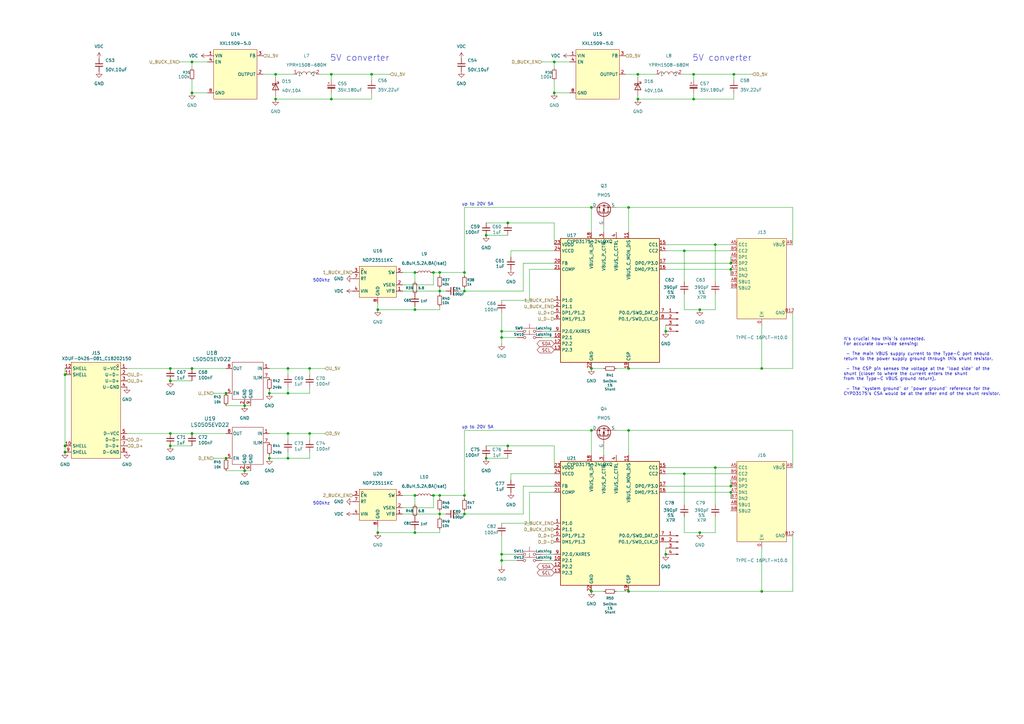
<source format=kicad_sch>
(kicad_sch (version 20250114) (generator "eeschema") (generator_version "9.0")
  (paper "A3")
  (text "up to 20V 5A" (at 202.438 175.26 0) (effects (font (size 1.27 1.27)) (justify right)))
  (text "5V converter" (at 296.164 23.876 0) (effects (font (size 2.54 2.54))))
  (text "up to 20V 5A" (at 202.438 83.82 0) (effects (font (size 1.27 1.27)) (justify right)))
  (text "500khz" (at 131.826 206.502 0) (effects (font (size 1.27 1.27))))
  (text "500khz" (at 131.826 115.062 0) (effects (font (size 1.27 1.27))))
  (text "5V converter" (at 147.574 23.876 0) (effects (font (size 2.54 2.54))))
  (text "It's crucial how this is connected.\nFor accurate low-side sensing:\n\n - The main VBUS supply current to the Type-C port should\nreturn to the power supply ground through this shunt resistor.\n\n - The CSP pin senses the voltage at the \"load side\" of the\nshunt (closer to where the current enters the shunt\nfrom the Type-C VBUS ground return).\n\n - The \"system ground\" or \"power ground\" reference for the\nCYPD3175's CSA would be at the other end of the shunt resistor." (at 345.948 150.368 0) (effects (font (size 1.27 1.27)) (justify left)))
  (junction (at 284.48 40.64))
  (junction (at 299.72 110.49))
  (junction (at 190.5 119.38))
  (junction (at 180.34 203.2))
  (junction (at 110.49 187.96))
  (junction (at 287.02 127))
  (junction (at 78.74 177.8))
  (junction (at 257.81 242.57))
  (junction (at 100.33 166.37))
  (junction (at 92.71 161.29))
  (junction (at 261.62 40.64))
  (junction (at 199.39 187.96))
  (junction (at 154.94 127))
  (junction (at 69.85 151.13))
  (junction (at 78.74 151.13))
  (junction (at 257.81 176.53))
  (junction (at 257.81 151.13))
  (junction (at 287.02 218.44))
  (junction (at 280.67 194.31))
  (junction (at 127 177.8))
  (junction (at 190.5 203.2))
  (junction (at 177.8 203.2))
  (junction (at 242.57 85.09))
  (junction (at 293.37 191.77))
  (junction (at 180.34 119.38))
  (junction (at 135.89 30.48))
  (junction (at 154.94 218.44))
  (junction (at 170.18 218.44))
  (junction (at 208.28 91.44))
  (junction (at 26.67 185.42))
  (junction (at 69.85 182.88))
  (junction (at 293.37 100.33))
  (junction (at 113.03 40.64))
  (junction (at 69.85 177.8))
  (junction (at 242.57 242.57))
  (junction (at 26.67 153.67))
  (junction (at 242.57 176.53))
  (junction (at 180.34 111.76))
  (junction (at 190.5 111.76))
  (junction (at 135.89 40.64))
  (junction (at 205.74 135.89))
  (junction (at 152.4 30.48))
  (junction (at 299.72 201.93))
  (junction (at 170.18 111.76))
  (junction (at 312.42 151.13))
  (junction (at 273.05 227.33))
  (junction (at 118.11 187.96))
  (junction (at 26.67 182.88))
  (junction (at 257.81 85.09))
  (junction (at 205.74 229.87))
  (junction (at 199.39 96.52))
  (junction (at 205.74 138.43))
  (junction (at 205.74 227.33))
  (junction (at 280.67 102.87))
  (junction (at 208.28 182.88))
  (junction (at 227.33 25.4))
  (junction (at 170.18 203.2))
  (junction (at 242.57 151.13))
  (junction (at 299.72 199.39))
  (junction (at 78.74 38.1))
  (junction (at 177.8 111.76))
  (junction (at 118.11 177.8))
  (junction (at 100.33 193.04))
  (junction (at 273.05 135.89))
  (junction (at 118.11 151.13))
  (junction (at 78.74 25.4))
  (junction (at 110.49 161.29))
  (junction (at 300.99 30.48))
  (junction (at 190.5 210.82))
  (junction (at 69.85 156.21))
  (junction (at 299.72 107.95))
  (junction (at 118.11 161.29))
  (junction (at 261.62 30.48))
  (junction (at 227.33 38.1))
  (junction (at 92.71 187.96))
  (junction (at 113.03 30.48))
  (junction (at 284.48 30.48))
  (junction (at 180.34 210.82))
  (junction (at 127 151.13))
  (junction (at 170.18 127))
  (junction (at 312.42 242.57))
  (wire (pts (xy 170.18 127) (xy 180.34 127)))
  (wire (pts (xy 273.05 110.49) (xy 299.72 110.49)))
  (wire (pts (xy 261.62 40.64) (xy 284.48 40.64)))
  (wire (pts (xy 52.07 177.8) (xy 69.85 177.8)))
  (wire (pts (xy 227.33 25.4) (xy 227.33 27.94)))
  (wire (pts (xy 135.89 40.64) (xy 135.89 38.1)))
  (wire (pts (xy 78.74 177.8) (xy 92.71 177.8)))
  (wire (pts (xy 300.99 30.48) (xy 308.61 30.48)))
  (wire (pts (xy 170.18 203.2) (xy 170.18 207.01)))
  (wire (pts (xy 242.57 176.53) (xy 242.57 186.69)))
  (wire (pts (xy 325.12 151.13) (xy 325.12 128.27)))
  (wire (pts (xy 284.48 40.64) (xy 284.48 38.1)))
  (wire (pts (xy 177.8 116.84) (xy 177.8 111.76)))
  (wire (pts (xy 252.73 176.53) (xy 257.81 176.53)))
  (wire (pts (xy 242.57 151.13) (xy 247.65 151.13)))
  (wire (pts (xy 261.62 30.48) (xy 269.24 30.48)))
  (wire (pts (xy 133.35 151.13) (xy 127 151.13)))
  (wire (pts (xy 100.33 166.37) (xy 102.87 166.37)))
  (wire (pts (xy 205.74 138.43) (xy 212.09 138.43)))
  (wire (pts (xy 177.8 208.28) (xy 177.8 203.2)))
  (wire (pts (xy 257.81 176.53) (xy 325.12 176.53)))
  (wire (pts (xy 205.74 135.89) (xy 212.09 135.89)))
  (wire (pts (xy 205.74 227.33) (xy 212.09 227.33)))
  (wire (pts (xy 190.5 119.38) (xy 187.96 119.38)))
  (wire (pts (xy 217.17 110.49) (xy 217.17 123.19)))
  (wire (pts (xy 227.33 38.1) (xy 227.33 33.02)))
  (wire (pts (xy 325.12 85.09) (xy 325.12 100.33)))
  (wire (pts (xy 69.85 151.13) (xy 78.74 151.13)))
  (wire (pts (xy 299.72 201.93) (xy 299.72 204.47)))
  (wire (pts (xy 217.17 123.19) (xy 205.74 123.19)))
  (wire (pts (xy 87.63 161.29) (xy 92.71 161.29)))
  (wire (pts (xy 300.99 30.48) (xy 300.99 33.02)))
  (wire (pts (xy 133.35 177.8) (xy 127 177.8)))
  (wire (pts (xy 299.72 110.49) (xy 299.72 113.03)))
  (wire (pts (xy 273.05 107.95) (xy 299.72 107.95)))
  (wire (pts (xy 217.17 214.63) (xy 205.74 214.63)))
  (wire (pts (xy 154.94 124.46) (xy 154.94 127)))
  (wire (pts (xy 299.72 199.39) (xy 299.72 196.85)))
  (wire (pts (xy 190.5 119.38) (xy 214.63 119.38)))
  (wire (pts (xy 118.11 161.29) (xy 127 161.29)))
  (wire (pts (xy 300.99 40.64) (xy 300.99 38.1)))
  (wire (pts (xy 284.48 40.64) (xy 300.99 40.64)))
  (wire (pts (xy 152.4 30.48) (xy 152.4 33.02)))
  (wire (pts (xy 154.94 215.9) (xy 154.94 218.44)))
  (wire (pts (xy 78.74 38.1) (xy 85.09 38.1)))
  (wire (pts (xy 257.81 151.13) (xy 312.42 151.13)))
  (wire (pts (xy 205.74 138.43) (xy 205.74 135.89)))
  (wire (pts (xy 127 158.75) (xy 127 161.29)))
  (wire (pts (xy 154.94 218.44) (xy 170.18 218.44)))
  (wire (pts (xy 69.85 177.8) (xy 78.74 177.8)))
  (wire (pts (xy 205.74 229.87) (xy 205.74 227.33)))
  (wire (pts (xy 227.33 91.44) (xy 227.33 100.33)))
  (wire (pts (xy 208.28 91.44) (xy 227.33 91.44)))
  (wire (pts (xy 199.39 96.52) (xy 208.28 96.52)))
  (wire (pts (xy 293.37 212.09) (xy 293.37 218.44)))
  (wire (pts (xy 130.81 30.48) (xy 135.89 30.48)))
  (wire (pts (xy 118.11 151.13) (xy 110.49 151.13)))
  (wire (pts (xy 190.5 209.55) (xy 190.5 210.82)))
  (wire (pts (xy 180.34 111.76) (xy 190.5 111.76)))
  (wire (pts (xy 113.03 30.48) (xy 120.65 30.48)))
  (wire (pts (xy 222.25 229.87) (xy 227.33 229.87)))
  (wire (pts (xy 110.49 161.29) (xy 118.11 161.29)))
  (wire (pts (xy 190.5 113.03) (xy 190.5 111.76)))
  (wire (pts (xy 154.94 127) (xy 170.18 127)))
  (wire (pts (xy 208.28 182.88) (xy 227.33 182.88)))
  (wire (pts (xy 118.11 185.42) (xy 118.11 187.96)))
  (wire (pts (xy 280.67 194.31) (xy 280.67 207.01)))
  (wire (pts (xy 325.12 242.57) (xy 325.12 219.71)))
  (wire (pts (xy 222.25 25.4) (xy 227.33 25.4)))
  (wire (pts (xy 110.49 161.29) (xy 110.49 160.02)))
  (wire (pts (xy 190.5 85.09) (xy 242.57 85.09)))
  (wire (pts (xy 247.65 184.15) (xy 247.65 186.69)))
  (wire (pts (xy 190.5 118.11) (xy 190.5 119.38)))
  (wire (pts (xy 280.67 102.87) (xy 299.72 102.87)))
  (wire (pts (xy 100.33 193.04) (xy 102.87 193.04)))
  (wire (pts (xy 180.34 127) (xy 180.34 125.73)))
  (wire (pts (xy 190.5 176.53) (xy 242.57 176.53)))
  (wire (pts (xy 135.89 30.48) (xy 152.4 30.48)))
  (wire (pts (xy 257.81 176.53) (xy 257.81 186.69)))
  (wire (pts (xy 205.74 135.89) (xy 205.74 128.27)))
  (wire (pts (xy 252.73 242.57) (xy 257.81 242.57)))
  (wire (pts (xy 256.54 30.48) (xy 261.62 30.48)))
  (wire (pts (xy 87.63 187.96) (xy 92.71 187.96)))
  (wire (pts (xy 69.85 156.21) (xy 78.74 156.21)))
  (wire (pts (xy 209.55 102.87) (xy 209.55 105.41)))
  (wire (pts (xy 261.62 40.64) (xy 261.62 39.37)))
  (wire (pts (xy 190.5 210.82) (xy 214.63 210.82)))
  (wire (pts (xy 127 153.67) (xy 127 151.13)))
  (wire (pts (xy 180.34 210.82) (xy 182.88 210.82)))
  (wire (pts (xy 273.05 194.31) (xy 280.67 194.31)))
  (wire (pts (xy 26.67 182.88) (xy 26.67 185.42)))
  (wire (pts (xy 180.34 203.2) (xy 190.5 203.2)))
  (wire (pts (xy 214.63 210.82) (xy 214.63 199.39)))
  (wire (pts (xy 222.25 135.89) (xy 227.33 135.89)))
  (wire (pts (xy 293.37 120.65) (xy 293.37 127)))
  (wire (pts (xy 222.25 138.43) (xy 227.33 138.43)))
  (wire (pts (xy 312.42 224.79) (xy 312.42 242.57)))
  (wire (pts (xy 279.4 30.48) (xy 284.48 30.48)))
  (wire (pts (xy 252.73 151.13) (xy 257.81 151.13)))
  (wire (pts (xy 180.34 119.38) (xy 180.34 120.65)))
  (wire (pts (xy 227.33 182.88) (xy 227.33 191.77)))
  (wire (pts (xy 257.81 85.09) (xy 257.81 95.25)))
  (wire (pts (xy 280.67 212.09) (xy 280.67 218.44)))
  (wire (pts (xy 209.55 194.31) (xy 209.55 196.85)))
  (wire (pts (xy 26.67 153.67) (xy 26.67 182.88)))
  (wire (pts (xy 273.05 199.39) (xy 299.72 199.39)))
  (wire (pts (xy 127 151.13) (xy 118.11 151.13)))
  (wire (pts (xy 170.18 218.44) (xy 170.18 217.17)))
  (wire (pts (xy 199.39 182.88) (xy 208.28 182.88)))
  (wire (pts (xy 205.74 232.41) (xy 205.74 229.87)))
  (wire (pts (xy 293.37 100.33) (xy 293.37 115.57)))
  (wire (pts (xy 52.07 151.13) (xy 69.85 151.13)))
  (wire (pts (xy 325.12 176.53) (xy 325.12 191.77)))
  (wire (pts (xy 118.11 187.96) (xy 127 187.96)))
  (wire (pts (xy 26.67 151.13) (xy 26.67 153.67)))
  (wire (pts (xy 127 177.8) (xy 118.11 177.8)))
  (wire (pts (xy 293.37 191.77) (xy 299.72 191.77)))
  (wire (pts (xy 170.18 111.76) (xy 170.18 115.57)))
  (wire (pts (xy 227.33 38.1) (xy 233.68 38.1)))
  (wire (pts (xy 180.34 111.76) (xy 180.34 113.03)))
  (wire (pts (xy 205.74 229.87) (xy 212.09 229.87)))
  (wire (pts (xy 273.05 102.87) (xy 280.67 102.87)))
  (wire (pts (xy 118.11 180.34) (xy 118.11 177.8)))
  (wire (pts (xy 209.55 102.87) (xy 227.33 102.87)))
  (wire (pts (xy 214.63 119.38) (xy 214.63 107.95)))
  (wire (pts (xy 110.49 187.96) (xy 110.49 186.69)))
  (wire (pts (xy 222.25 227.33) (xy 227.33 227.33)))
  (wire (pts (xy 190.5 203.2) (xy 190.5 176.53)))
  (wire (pts (xy 152.4 30.48) (xy 160.02 30.48)))
  (wire (pts (xy 127 180.34) (xy 127 177.8)))
  (wire (pts (xy 284.48 30.48) (xy 300.99 30.48)))
  (wire (pts (xy 293.37 218.44) (xy 287.02 218.44)))
  (wire (pts (xy 180.34 118.11) (xy 180.34 119.38)))
  (wire (pts (xy 127 185.42) (xy 127 187.96)))
  (wire (pts (xy 180.34 218.44) (xy 180.34 217.17)))
  (wire (pts (xy 78.74 25.4) (xy 78.74 27.94)))
  (wire (pts (xy 273.05 201.93) (xy 299.72 201.93)))
  (wire (pts (xy 280.67 120.65) (xy 280.67 127)))
  (wire (pts (xy 170.18 127) (xy 170.18 125.73)))
  (wire (pts (xy 299.72 107.95) (xy 299.72 105.41)))
  (wire (pts (xy 165.1 210.82) (xy 180.34 210.82)))
  (wire (pts (xy 247.65 92.71) (xy 247.65 95.25)))
  (wire (pts (xy 113.03 31.75) (xy 113.03 30.48)))
  (wire (pts (xy 214.63 199.39) (xy 227.33 199.39)))
  (wire (pts (xy 252.73 85.09) (xy 257.81 85.09)))
  (wire (pts (xy 293.37 191.77) (xy 293.37 207.01)))
  (wire (pts (xy 190.5 111.76) (xy 190.5 85.09)))
  (wire (pts (xy 78.74 38.1) (xy 78.74 33.02)))
  (wire (pts (xy 92.71 166.37) (xy 100.33 166.37)))
  (wire (pts (xy 273.05 224.79) (xy 273.05 227.33)))
  (wire (pts (xy 190.5 204.47) (xy 190.5 203.2)))
  (wire (pts (xy 261.62 31.75) (xy 261.62 30.48)))
  (wire (pts (xy 92.71 193.04) (xy 100.33 193.04)))
  (wire (pts (xy 280.67 218.44) (xy 287.02 218.44)))
  (wire (pts (xy 177.8 203.2) (xy 180.34 203.2)))
  (wire (pts (xy 227.33 25.4) (xy 233.68 25.4)))
  (wire (pts (xy 280.67 102.87) (xy 280.67 115.57)))
  (wire (pts (xy 110.49 187.96) (xy 118.11 187.96)))
  (wire (pts (xy 118.11 158.75) (xy 118.11 161.29)))
  (wire (pts (xy 190.5 210.82) (xy 187.96 210.82)))
  (wire (pts (xy 217.17 201.93) (xy 217.17 214.63)))
  (wire (pts (xy 118.11 153.67) (xy 118.11 151.13)))
  (wire (pts (xy 152.4 40.64) (xy 152.4 38.1)))
  (wire (pts (xy 113.03 40.64) (xy 135.89 40.64)))
  (wire (pts (xy 217.17 201.93) (xy 227.33 201.93)))
  (wire (pts (xy 280.67 127) (xy 287.02 127)))
  (wire (pts (xy 214.63 107.95) (xy 227.33 107.95)))
  (wire (pts (xy 165.1 116.84) (xy 177.8 116.84)))
  (wire (pts (xy 180.34 119.38) (xy 182.88 119.38)))
  (wire (pts (xy 78.74 25.4) (xy 85.09 25.4)))
  (wire (pts (xy 284.48 33.02) (xy 284.48 30.48)))
  (wire (pts (xy 209.55 194.31) (xy 227.33 194.31)))
  (wire (pts (xy 165.1 111.76) (xy 170.18 111.76)))
  (wire (pts (xy 180.34 203.2) (xy 180.34 204.47)))
  (wire (pts (xy 113.03 40.64) (xy 113.03 39.37)))
  (wire (pts (xy 180.34 209.55) (xy 180.34 210.82)))
  (wire (pts (xy 107.95 30.48) (xy 113.03 30.48)))
  (wire (pts (xy 205.74 227.33) (xy 205.74 219.71)))
  (wire (pts (xy 273.05 133.35) (xy 273.05 135.89)))
  (wire (pts (xy 273.05 191.77) (xy 293.37 191.77)))
  (wire (pts (xy 170.18 218.44) (xy 180.34 218.44)))
  (wire (pts (xy 78.74 151.13) (xy 92.71 151.13)))
  (wire (pts (xy 293.37 127) (xy 287.02 127)))
  (wire (pts (xy 165.1 208.28) (xy 177.8 208.28)))
  (wire (pts (xy 242.57 242.57) (xy 247.65 242.57)))
  (wire (pts (xy 312.42 151.13) (xy 325.12 151.13)))
  (wire (pts (xy 242.57 85.09) (xy 242.57 95.25)))
  (wire (pts (xy 217.17 110.49) (xy 227.33 110.49)))
  (wire (pts (xy 257.81 242.57) (xy 312.42 242.57)))
  (wire (pts (xy 180.34 210.82) (xy 180.34 212.09)))
  (wire (pts (xy 280.67 194.31) (xy 299.72 194.31)))
  (wire (pts (xy 135.89 40.64) (xy 152.4 40.64)))
  (wire (pts (xy 118.11 177.8) (xy 110.49 177.8)))
  (wire (pts (xy 205.74 140.97) (xy 205.74 138.43)))
  (wire (pts (xy 273.05 100.33) (xy 293.37 100.33)))
  (wire (pts (xy 135.89 33.02) (xy 135.89 30.48)))
  (wire (pts (xy 293.37 100.33) (xy 299.72 100.33)))
  (wire (pts (xy 73.66 25.4) (xy 78.74 25.4)))
  (wire (pts (xy 257.81 85.09) (xy 325.12 85.09)))
  (wire (pts (xy 69.85 182.88) (xy 78.74 182.88)))
  (wire (pts (xy 165.1 203.2) (xy 170.18 203.2)))
  (wire (pts (xy 199.39 187.96) (xy 208.28 187.96)))
  (wire (pts (xy 165.1 119.38) (xy 180.34 119.38)))
  (wire (pts (xy 177.8 111.76) (xy 180.34 111.76)))
  (wire (pts (xy 312.42 242.57) (xy 325.12 242.57)))
  (wire (pts (xy 312.42 133.35) (xy 312.42 151.13)))
  (wire (pts (xy 199.39 91.44) (xy 208.28 91.44)))
  (global_label "SDA" (shape bidirectional) (at 227.33 140.97 180) (property "Intersheetrefs" "${INTERSHEET_REFS}" (effects (hide yes))))
  (global_label "SDA" (shape bidirectional) (at 227.33 232.41 180) (property "Intersheetrefs" "${INTERSHEET_REFS}" (effects (hide yes))))
  (global_label "SCL" (shape bidirectional) (at 227.33 143.51 180) (property "Intersheetrefs" "${INTERSHEET_REFS}" (effects (hide yes))))
  (global_label "SCL" (shape bidirectional) (at 227.33 234.95 180) (property "Intersheetrefs" "${INTERSHEET_REFS}" (effects (hide yes))))
  (hierarchical_label "1_BUCK_EN" (shape input) (at 144.78 111.76 180))
  (hierarchical_label "2_BUCK_EN" (shape input) (at 144.78 203.2 180))
  (hierarchical_label "U_D+" (shape input) (at 52.07 156.21 0))
  (hierarchical_label "D_BUCK_EN" (shape input) (at 227.33 217.17 180))
  (hierarchical_label "U_D+" (shape input) (at 227.33 128.27 180))
  (hierarchical_label "D_5V" (shape input) (at 308.61 30.48 0))
  (hierarchical_label "U_D-" (shape input) (at 52.07 153.67 0))
  (hierarchical_label "U_5V" (shape input) (at 160.02 30.48 0))
  (hierarchical_label "U_5V" (shape input) (at 107.95 22.86 0))
  (hierarchical_label "D_EN" (shape input) (at 87.63 187.96 180))
  (hierarchical_label "U_BUCK_EN" (shape input) (at 227.33 125.73 180))
  (hierarchical_label "D_5V" (shape input) (at 133.35 177.8 0))
  (hierarchical_label "U_D-" (shape input) (at 227.33 130.81 180))
  (hierarchical_label "D_BUCK_EN" (shape input) (at 222.25 25.4 180))
  (hierarchical_label "D_D+" (shape input) (at 227.33 219.71 180))
  (hierarchical_label "D_D-" (shape input) (at 227.33 222.25 180))
  (hierarchical_label "D_5V" (shape input) (at 256.54 22.86 0))
  (hierarchical_label "D_D+" (shape input) (at 52.07 182.88 0))
  (hierarchical_label "U_BUCK_EN" (shape input) (at 73.66 25.4 180))
  (hierarchical_label "D_D-" (shape input) (at 52.07 180.34 0))
  (hierarchical_label "1_BUCK_EN" (shape input) (at 227.33 123.19 180))
  (hierarchical_label "2_BUCK_EN" (shape input) (at 227.33 214.63 180))
  (hierarchical_label "U_EN" (shape input) (at 87.63 161.29 180))
  (hierarchical_label "U_5V" (shape input) (at 133.35 151.13 0))
  (symbol (lib_id "power:VDC") (at 85.09 22.86 90) (unit 1)
    (property "Reference" "#PWR090" (effects (hide yes)))
    (property "Value" "VDC" (at 81.28 22.8599 90) (effects (justify left)))
    (property "Description" "Power symbol creates a global label with name \"VDC\"" (effects (hide yes)))
  )
  (symbol (lib_id "easyeda2kicad:XXL1509-5.0") (at 96.52 30.48 0) (mirror y) (unit 1)
    (property "Reference" "U14" (at 96.52 13.97 0))
    (property "Value" "XXL1509-5.0" (at 96.52 17.78 0))
    (property "Footprint" "easyeda2kicad:SOIC-8_L4.9-W3.9-P1.27-LS6.0-BL" (effects (hide yes)))
    (property "LCSC Part" "C42376977" (effects (hide yes)))
  )
  (symbol (lib_id "Device:C_Small") (at 40.64 26.67 0) (unit 1)
    (property "Reference" "C53" (at 43.18 24.7712 0) (effects (justify left)))
    (property "Value" "50V,10uF" (at 43.18 28.5812 0) (effects (justify left)))
    (property "Footprint" "Capacitor_SMD:C_1206_3216Metric_Pad1.33x1.80mm_HandSolder" (effects (hide yes)))
    (property "Description" "Unpolarized capacitor, small symbol" (effects (hide yes)))
  )
  (symbol (lib_id "power:GND") (at 199.39 96.52 0) (unit 1)
    (property "Reference" "#PWR0100" (effects (hide yes)))
    (property "Value" "GND" (at 199.39 101.6 0))
    (property "Description" "Power symbol creates a global label with name \"GND\" , ground" (effects (hide yes)))
  )
  (symbol (lib_id "Device:C_Small") (at 127 182.88 180) (unit 1)
    (property "Reference" "C74" (at 129.54 181.864 0) (effects (justify right)))
    (property "Value" "100nF" (at 129.54 184.15 0) (effects (justify right)))
    (property "Footprint" "Capacitor_SMD:C_0201_0603Metric_Pad0.64x0.40mm_HandSolder" (effects (hide yes)))
    (property "Description" "Unpolarized capacitor, small symbol" (effects (hide yes)))
  )
  (symbol (lib_id "power:VDC") (at 40.64 24.13 0) (unit 1)
    (property "Reference" "#PWR092" (effects (hide yes)))
    (property "Value" "VDC" (at 40.64 19.05 0))
    (property "Description" "Power symbol creates a global label with name \"VDC\"" (effects (hide yes)))
  )
  (symbol (lib_id "Device:R_Small") (at 180.34 115.57 0) (unit 1)
    (property "Reference" "R37" (at 181.356 114.808 0) (effects (font (size 1.016 1.016)) (justify left)))
    (property "Value" "40k" (at 181.356 116.586 0) (effects (font (size 1.016 1.016)) (justify left)))
    (property "Footprint" "Resistor_SMD:R_0603_1608Metric_Pad0.98x0.95mm_HandSolder" (effects (hide yes)))
    (property "Description" "Resistor, small symbol" (effects (hide yes)))
  )
  (symbol (lib_id "power:VDC") (at 144.78 210.82 90) (unit 1)
    (property "Reference" "#PWR0278" (effects (hide yes)))
    (property "Value" "VDC" (at 140.97 210.8199 90) (effects (justify left)))
    (property "Description" "Power symbol creates a global label with name \"VDC\"" (effects (hide yes)))
  )
  (symbol (lib_id "misc:CYPD3175-24LQXQ") (at 250.19 123.19 0) (unit 1)
    (property "Reference" "U17" (at 232.41 96.52 0) (effects (justify left)))
    (property "Value" "CYPD3175-24LQXQ" (at 232.41 99.06 0) (effects (justify left)))
    (property "Footprint" "Package_DFN_QFN:QFN-24-1EP_4x4mm_P0.5mm_EP2.7x2.7mm_ThermalVias" (effects (hide yes)))
    (property "Datasheet" "https://www.infineon.com/dgdl/Infineon-EZ-PD(TM)_CCG3PA_Datasheet_USB_Type-C_Port_Controller-DataSheet-v09_00-EN.pdf?fileId=8ac78c8c7d0d8da4017d0ee438366ac0" (effects (hide yes)))
    (property "Description" "USB Type-C port controller, Cortex®-M0 processor, DFP CC with direct feedback bootloader, QFN-24" (effects (hide yes)))
  )
  (symbol (lib_id "power:GND") (at 154.94 218.44 0) (unit 1)
    (property "Reference" "#PWR0121" (effects (hide yes)))
    (property "Value" "GND" (at 154.94 223.52 0))
    (property "Description" "Power symbol creates a global label with name \"GND\" , ground" (effects (hide yes)))
  )
  (symbol (lib_id "Device:C_Small") (at 208.28 93.98 0) (mirror x) (unit 1)
    (property "Reference" "C60" (at 205.74 92.964 0) (effects (justify right)))
    (property "Value" "1uF" (at 205.74 95.25 0) (effects (justify right)))
    (property "Footprint" "Capacitor_SMD:C_0402_1005Metric_Pad0.74x0.62mm_HandSolder" (effects (hide yes)))
    (property "Description" "Unpolarized capacitor, small symbol" (effects (hide yes)))
  )
  (symbol (lib_id "Device:L") (at 173.99 111.76 90) (unit 1)
    (property "Reference" "L9" (at 173.99 104.14 90))
    (property "Value" "6.8uH,5.2A,8A(Isat)" (at 173.99 107.95 90))
    (property "Footprint" "easyeda2kicad:IND-SMD_L8.0-W8.0-1" (effects (hide yes)))
    (property "Description" "Inductor" (effects (hide yes)))
  )
  (symbol (lib_id "power:GND") (at 100.33 166.37 0) (mirror y) (unit 1)
    (property "Reference" "#PWR0112" (effects (hide yes)))
    (property "Value" "GND" (at 100.33 171.45 0))
    (property "Description" "Power symbol creates a global label with name \"GND\" , ground" (effects (hide yes)))
  )
  (symbol (lib_id "power:GND") (at 69.85 182.88 0) (unit 1)
    (property "Reference" "#PWR0113" (effects (hide yes)))
    (property "Value" "GND" (at 69.85 187.96 0))
    (property "Description" "Power symbol creates a global label with name \"GND\" , ground" (effects (hide yes)))
  )
  (symbol (lib_id "Switch:SW_Push") (at 217.17 138.43 0) (unit 1)
    (property "Reference" "SW10" (at 212.852 137.16 0) (effects (font (size 1.016 1.016))))
    (property "Value" "Latching" (at 223.012 137.16 0) (effects (font (size 1.016 1.016))))
    (property "Footprint" "easyeda2kicad:SW-TH_6P-L8.0-W8.0-P2.50" (effects (hide yes)))
    (property "Description" "Push button switch, generic, two pins" (effects (hide yes)))
  )
  (symbol (lib_id "power:VDC") (at 233.68 22.86 90) (unit 1)
    (property "Reference" "#PWR091" (effects (hide yes)))
    (property "Value" "VDC" (at 229.87 22.8599 90) (effects (justify left)))
    (property "Description" "Power symbol creates a global label with name \"VDC\"" (effects (hide yes)))
  )
  (symbol (lib_id "Device:C_Small") (at 69.85 180.34 180) (unit 1)
    (property "Reference" "C71" (at 72.39 179.324 0) (effects (justify right)))
    (property "Value" "1uF" (at 72.39 181.61 0) (effects (justify right)))
    (property "Footprint" "Capacitor_SMD:C_0402_1005Metric_Pad0.74x0.62mm_HandSolder" (effects (hide yes)))
    (property "Description" "Unpolarized capacitor, small symbol" (effects (hide yes)))
  )
  (symbol (lib_id "Device:C_Small") (at 152.4 35.56 0) (unit 1)
    (property "Reference" "C56" (at 154.94 33.02 0) (effects (justify left)))
    (property "Value" "35V,22uF" (at 154.94 36.83 0) (effects (justify left)))
    (property "Footprint" "Capacitor_SMD:C_0805_2012Metric_Pad1.18x1.45mm_HandSolder" (effects (hide yes)))
    (property "Description" "Unpolarized capacitor, small symbol" (effects (hide yes)))
  )
  (symbol (lib_id "Device:R_Small") (at 180.34 214.63 0) (unit 1)
    (property "Reference" "R49" (at 181.356 213.868 0) (effects (font (size 1.016 1.016)) (justify left)))
    (property "Value" "10k" (at 181.356 215.646 0) (effects (font (size 1.016 1.016)) (justify left)))
    (property "Footprint" "Resistor_SMD:R_0402_1005Metric_Pad0.72x0.64mm_HandSolder" (effects (hide yes)))
    (property "Description" "Resistor, small symbol" (effects (hide yes)))
  )
  (symbol (lib_id "Simulation_SPICE:PMOS") (at 247.65 87.63 90) (unit 1)
    (property "Reference" "Q3" (at 247.65 76.2 90))
    (property "Value" "PMOS" (at 247.65 80.01 90))
    (property "Footprint" "easyeda2kicad:PDFN-8_L5.2-W5.9-P1.27-LS6.2-BL" (effects (hide yes)))
    (property "Datasheet" "https://ngspice.sourceforge.io/docs/ngspice-html-manual/manual.xhtml#cha_MOSFETs" (effects (hide yes)))
    (property "Description" "P-MOSFET transistor, drain/source/gate" (effects (hide yes)))
    (property "Sim.Device" "PMOS" (effects (hide yes)))
    (property "Sim.Type" "VDMOS" (effects (hide yes)))
    (property "Sim.Pins" "1=D 2=G 3=S" (effects (hide yes)))
  )
  (symbol (lib_id "Device:R_Small") (at 180.34 207.01 0) (unit 1)
    (property "Reference" "R46" (at 181.356 206.248 0) (effects (font (size 1.016 1.016)) (justify left)))
    (property "Value" "40k" (at 181.356 208.026 0) (effects (font (size 1.016 1.016)) (justify left)))
    (property "Footprint" "Resistor_SMD:R_0603_1608Metric_Pad0.98x0.95mm_HandSolder" (effects (hide yes)))
    (property "Description" "Resistor, small symbol" (effects (hide yes)))
  )
  (symbol (lib_id "Device:C_Small") (at 280.67 209.55 0) (mirror y) (unit 1)
    (property "Reference" "C78" (at 276.606 206.248 0) (effects (justify left)))
    (property "Value" "390pF\n5%\nX7R" (at 278.13 211.328 0) (effects (justify left)))
    (property "Footprint" "Capacitor_SMD:C_0603_1608Metric_Pad1.08x0.95mm_HandSolder" (effects (hide yes)))
    (property "Description" "Unpolarized capacitor, small symbol" (effects (hide yes)))
  )
  (symbol (lib_id "misc:CYPD3175-24LQXQ") (at 250.19 214.63 0) (unit 1)
    (property "Reference" "U21" (at 232.41 187.96 0) (effects (justify left)))
    (property "Value" "CYPD3175-24LQXQ" (at 232.41 190.5 0) (effects (justify left)))
    (property "Footprint" "Package_DFN_QFN:QFN-24-1EP_4x4mm_P0.5mm_EP2.7x2.7mm_ThermalVias" (effects (hide yes)))
    (property "Datasheet" "https://www.infineon.com/dgdl/Infineon-EZ-PD(TM)_CCG3PA_Datasheet_USB_Type-C_Port_Controller-DataSheet-v09_00-EN.pdf?fileId=8ac78c8c7d0d8da4017d0ee438366ac0" (effects (hide yes)))
    (property "Description" "USB Type-C port controller, Cortex®-M0 processor, DFP CC with direct feedback bootloader, QFN-24" (effects (hide yes)))
  )
  (symbol (lib_id "LS0505EVD22:LS0505EVD22") (at 115.57 177.8 0) (mirror y) (unit 1)
    (property "Reference" "U19" (at 86.106 171.704 0) (effects (font (size 1.524 1.524))))
    (property "Value" "LS0505EVD22" (at 86.106 174.244 0) (effects (font (size 1.524 1.524))))
    (property "Footprint" "LS0505EVD22:LS0505EVD22_LTF" (effects (hide yes)))
    (property "Datasheet" "LS0505EVD22" (effects (hide yes)))
  )
  (symbol (lib_id "easyeda2kicad:NDP23511KC") (at 154.94 115.57 0) (unit 1)
    (property "Reference" "U16" (at 154.94 102.87 0))
    (property "Value" "NDP23511KC" (at 154.94 106.68 0))
    (property "Footprint" "easyeda2kicad:SOP-8_L4.9-W3.9-P1.27-LS6.0-BL" (effects (hide yes)))
    (property "LCSC Part" "C17702285" (effects (hide yes)))
  )
  (symbol (lib_id "power:VDC") (at 144.78 119.38 90) (unit 1)
    (property "Reference" "#PWR0277" (effects (hide yes)))
    (property "Value" "VDC" (at 140.97 119.3799 90) (effects (justify left)))
    (property "Description" "Power symbol creates a global label with name \"VDC\"" (effects (hide yes)))
  )
  (symbol (lib_id "Device:C_Small") (at 293.37 209.55 0) (mirror y) (unit 1)
    (property "Reference" "C79" (at 289.306 206.248 0) (effects (justify left)))
    (property "Value" "390pF\n5%\nX7R" (at 290.83 211.328 0) (effects (justify left)))
    (property "Footprint" "Capacitor_SMD:C_0603_1608Metric_Pad1.08x0.95mm_HandSolder" (effects (hide yes)))
    (property "Description" "Unpolarized capacitor, small symbol" (effects (hide yes)))
  )
  (symbol (lib_id "power:GND") (at 113.03 40.64 0) (unit 1)
    (property "Reference" "#PWR098" (effects (hide yes)))
    (property "Value" "GND" (at 113.03 45.72 0))
    (property "Description" "Power symbol creates a global label with name \"GND\" , ground" (effects (hide yes)))
  )
  (symbol (lib_id "Device:C_Small") (at 293.37 118.11 0) (mirror y) (unit 1)
    (property "Reference" "C63" (at 289.306 114.808 0) (effects (justify left)))
    (property "Value" "390pF\n5%\nX7R" (at 290.83 119.888 0) (effects (justify left)))
    (property "Footprint" "Capacitor_SMD:C_0603_1608Metric_Pad1.08x0.95mm_HandSolder" (effects (hide yes)))
    (property "Description" "Unpolarized capacitor, small symbol" (effects (hide yes)))
  )
  (symbol (lib_id "power:GND") (at 227.33 38.1 0) (mirror y) (unit 1)
    (property "Reference" "#PWR097" (effects (hide yes)))
    (property "Value" "GND" (at 227.33 43.18 0))
    (property "Description" "Power symbol creates a global label with name \"GND\" , ground" (effects (hide yes)))
  )
  (symbol (lib_id "power:GND") (at 69.85 156.21 0) (unit 1)
    (property "Reference" "#PWR0109" (effects (hide yes)))
    (property "Value" "GND" (at 69.85 161.29 0))
    (property "Description" "Power symbol creates a global label with name \"GND\" , ground" (effects (hide yes)))
  )
  (symbol (lib_id "power:GND") (at 144.78 114.3 270) (unit 1)
    (property "Reference" "#PWR0102" (effects (hide yes)))
    (property "Value" "GND" (at 140.97 114.2999 90) (effects (justify right)))
    (property "Description" "Power symbol creates a global label with name \"GND\" , ground" (effects (hide yes)))
  )
  (symbol (lib_id "Device:C_Small") (at 118.11 182.88 180) (unit 1)
    (property "Reference" "C73" (at 120.65 181.864 0) (effects (justify right)))
    (property "Value" "1uF" (at 120.65 184.15 0) (effects (justify right)))
    (property "Footprint" "Capacitor_SMD:C_0402_1005Metric_Pad0.74x0.62mm_HandSolder" (effects (hide yes)))
    (property "Description" "Unpolarized capacitor, small symbol" (effects (hide yes)))
  )
  (symbol (lib_id "power:GND") (at 205.74 140.97 0) (unit 1)
    (property "Reference" "#PWR0105" (effects (hide yes)))
    (property "Value" "GND" (at 205.74 146.05 0))
    (property "Description" "Power symbol creates a global label with name \"GND\" , ground" (effects (hide yes)))
  )
  (symbol (lib_id "power:GND") (at 261.62 40.64 0) (unit 1)
    (property "Reference" "#PWR099" (effects (hide yes)))
    (property "Value" "GND" (at 261.62 45.72 0))
    (property "Description" "Power symbol creates a global label with name \"GND\" , ground" (effects (hide yes)))
  )
  (symbol (lib_id "Device:R_Small") (at 110.49 157.48 0) (unit 1)
    (property "Reference" "R42" (at 111.76 156.21 0) (effects (font (size 1.016 1.016)) (justify left)))
    (property "Value" "249k" (at 111.76 158.877 0) (effects (font (size 1.016 1.016)) (justify left)))
    (property "Footprint" "Resistor_SMD:R_0402_1005Metric_Pad0.72x0.64mm_HandSolder" (effects (hide yes)))
    (property "Description" "Resistor, small symbol" (effects (hide yes)))
  )
  (symbol (lib_id "Device:C_Small") (at 185.42 119.38 90) (unit 1)
    (property "Reference" "C64" (at 188.976 118.364 90) (effects (font (size 1.016 1.016)) (justify left)))
    (property "Value" "100pF" (at 190.5 120.65 90) (effects (font (size 1.016 1.016)) (justify left)))
    (property "Footprint" "Capacitor_SMD:C_0201_0603Metric_Pad0.64x0.40mm_HandSolder" (effects (hide yes)))
    (property "Description" "Unpolarized capacitor, small symbol" (effects (hide yes)))
  )
  (symbol (lib_id "easyeda2kicad:YPRH1508-680M") (at 274.32 30.48 0) (unit 1)
    (property "Reference" "L8" (at 274.32 22.86 0))
    (property "Value" "YPRH1508-680M" (at 274.32 26.67 0))
    (property "Footprint" "easyeda2kicad:IND-SMD_L15.0-W15.0" (effects (hide yes)))
    (property "LCSC Part" "C970544" (effects (hide yes)))
  )
  (symbol (lib_id "Device:C_Small") (at 185.42 210.82 90) (unit 1)
    (property "Reference" "C80" (at 188.976 209.804 90) (effects (font (size 1.016 1.016)) (justify left)))
    (property "Value" "100pF" (at 190.5 212.09 90) (effects (font (size 1.016 1.016)) (justify left)))
    (property "Footprint" "Capacitor_SMD:C_0201_0603Metric_Pad0.64x0.40mm_HandSolder" (effects (hide yes)))
    (property "Description" "Unpolarized capacitor, small symbol" (effects (hide yes)))
  )
  (symbol (lib_id "power:GND") (at 287.02 218.44 0) (unit 1)
    (property "Reference" "#PWR0122" (effects (hide yes)))
    (property "Value" "GND" (at 287.02 223.52 0))
    (property "Description" "Power symbol creates a global label with name \"GND\" , ground" (effects (hide yes)))
  )
  (symbol (lib_id "power:VDC") (at 189.23 24.13 0) (unit 1)
    (property "Reference" "#PWR093" (effects (hide yes)))
    (property "Value" "VDC" (at 189.23 19.05 0))
    (property "Description" "Power symbol creates a global label with name \"VDC\"" (effects (hide yes)))
  )
  (symbol (lib_id "Device:C_Small") (at 189.23 26.67 0) (unit 1)
    (property "Reference" "C54" (at 191.77 24.7712 0) (effects (justify left)))
    (property "Value" "50V,10uF" (at 191.77 28.5812 0) (effects (justify left)))
    (property "Footprint" "Capacitor_SMD:C_1206_3216Metric_Pad1.33x1.80mm_HandSolder" (effects (hide yes)))
    (property "Description" "Unpolarized capacitor, small symbol" (effects (hide yes)))
  )
  (symbol (lib_id "power:GND") (at 40.64 29.21 0) (unit 1)
    (property "Reference" "#PWR094" (effects (hide yes)))
    (property "Value" "GND" (at 40.64 34.29 0))
    (property "Description" "Power symbol creates a global label with name \"GND\" , ground" (effects (hide yes)))
  )
  (symbol (lib_id "Device:C_Small") (at 205.74 125.73 0) (mirror y) (unit 1)
    (property "Reference" "C66" (at 199.644 124.46 0) (effects (justify right)))
    (property "Value" "100nF" (at 198.628 127 0) (effects (justify right)))
    (property "Footprint" "Capacitor_SMD:C_0201_0603Metric_Pad0.64x0.40mm_HandSolder" (effects (hide yes)))
    (property "Description" "Unpolarized capacitor, small symbol" (effects (hide yes)))
  )
  (symbol (lib_id "Device:D_Schottky") (at 113.03 35.56 270) (unit 1)
    (property "Reference" "D15" (at 115.57 33.3374 90) (effects (justify left)))
    (property "Value" "40V,10A" (at 115.57 37.1474 90) (effects (justify left)))
    (property "Footprint" "Diode_SMD:D_SMB_Handsoldering" (effects (hide yes)))
    (property "Description" "Schottky diode" (effects (hide yes)))
  )
  (symbol (lib_id "Device:R_Small") (at 190.5 115.57 0) (unit 1)
    (property "Reference" "R38" (at 191.516 114.808 0) (effects (font (size 1.016 1.016)) (justify left)))
    (property "Value" "1k" (at 191.516 116.586 0) (effects (font (size 1.016 1.016)) (justify left)))
    (property "Footprint" "Resistor_SMD:R_0402_1005Metric_Pad0.72x0.64mm_HandSolder" (effects (hide yes)))
    (property "Description" "Resistor, small symbol" (effects (hide yes)))
  )
  (symbol (lib_id "Device:C_Small") (at 300.99 35.56 0) (unit 1)
    (property "Reference" "C58" (at 303.53 33.02 0) (effects (justify left)))
    (property "Value" "35V,22uF" (at 303.53 36.83 0) (effects (justify left)))
    (property "Footprint" "Capacitor_SMD:C_0805_2012Metric_Pad1.18x1.45mm_HandSolder" (effects (hide yes)))
    (property "Description" "Unpolarized capacitor, small symbol" (effects (hide yes)))
  )
  (symbol (lib_id "Device:R_Small") (at 227.33 30.48 180) (unit 1)
    (property "Reference" "R36" (at 225.044 29.718 0) (effects (font (size 1.016 1.016))))
    (property "Value" "100k" (at 224.028 31.496 0))
    (property "Footprint" "Resistor_SMD:R_0402_1005Metric_Pad0.72x0.64mm_HandSolder" (effects (hide yes)))
    (property "Description" "Resistor, small symbol" (effects (hide yes)))
  )
  (symbol (lib_id "power:GND") (at 209.55 201.93 0) (unit 1)
    (property "Reference" "#PWR0119" (effects (hide yes)))
    (property "Value" "GND" (at 209.55 207.01 0))
    (property "Description" "Power symbol creates a global label with name \"GND\" , ground" (effects (hide yes)))
  )
  (symbol (lib_id "Device:C_Small") (at 209.55 107.95 0) (mirror x) (unit 1)
    (property "Reference" "C61" (at 207.01 106.934 0) (effects (justify right)))
    (property "Value" "1uF" (at 207.01 109.22 0) (effects (justify right)))
    (property "Footprint" "Capacitor_SMD:C_0402_1005Metric_Pad0.74x0.62mm_HandSolder" (effects (hide yes)))
    (property "Description" "Unpolarized capacitor, small symbol" (effects (hide yes)))
  )
  (symbol (lib_id "Device:C_Small") (at 170.18 123.19 0) (unit 1)
    (property "Reference" "C65" (at 165.608 123.19 0) (effects (font (size 1.016 1.016)) (justify left)))
    (property "Value" "1nF" (at 172.466 123.444 0) (effects (font (size 1.016 1.016)) (justify left)))
    (property "Footprint" "Capacitor_SMD:C_0201_0603Metric_Pad0.64x0.40mm_HandSolder" (effects (hide yes)))
    (property "Description" "Unpolarized capacitor, small symbol" (effects (hide yes)))
  )
  (symbol (lib_id "easyeda2kicad:XDUF-0426-081_C18202150") (at 39.37 161.29 0) (mirror y) (unit 1)
    (property "Reference" "J15" (at 39.37 144.78 0))
    (property "Value" "XDUF-0426-081_C18202150" (at 39.624 147.066 0))
    (property "Footprint" "easyeda2kicad:USB-A-TH_XDUF-0426-081" (effects (hide yes)))
    (property "LCSC Part" "C18202150" (effects (hide yes)))
  )
  (symbol (lib_id "Device:C_Small") (at 170.18 214.63 0) (unit 1)
    (property "Reference" "C81" (at 165.608 214.63 0) (effects (font (size 1.016 1.016)) (justify left)))
    (property "Value" "1nF" (at 172.466 214.884 0) (effects (font (size 1.016 1.016)) (justify left)))
    (property "Footprint" "Capacitor_SMD:C_0201_0603Metric_Pad0.64x0.40mm_HandSolder" (effects (hide yes)))
    (property "Description" "Unpolarized capacitor, small symbol" (effects (hide yes)))
  )
  (symbol (lib_id "power:GND") (at 199.39 187.96 0) (unit 1)
    (property "Reference" "#PWR0117" (effects (hide yes)))
    (property "Value" "GND" (at 199.39 193.04 0))
    (property "Description" "Power symbol creates a global label with name \"GND\" , ground" (effects (hide yes)))
  )
  (symbol (lib_id "power:GND") (at 78.74 38.1 0) (mirror y) (unit 1)
    (property "Reference" "#PWR096" (effects (hide yes)))
    (property "Value" "GND" (at 78.74 43.18 0))
    (property "Description" "Power symbol creates a global label with name \"GND\" , ground" (effects (hide yes)))
  )
  (symbol (lib_id "power:GND") (at 110.49 187.96 0) (mirror y) (unit 1)
    (property "Reference" "#PWR0116" (effects (hide yes)))
    (property "Value" "GND" (at 110.49 193.04 0))
    (property "Description" "Power symbol creates a global label with name \"GND\" , ground" (effects (hide yes)))
  )
  (symbol (lib_id "power:GND") (at 100.33 193.04 0) (mirror y) (unit 1)
    (property "Reference" "#PWR0118" (effects (hide yes)))
    (property "Value" "GND" (at 100.33 198.12 0))
    (property "Description" "Power symbol creates a global label with name \"GND\" , ground" (effects (hide yes)))
  )
  (symbol (lib_id "power:GND") (at 110.49 161.29 0) (mirror y) (unit 1)
    (property "Reference" "#PWR0111" (effects (hide yes)))
    (property "Value" "GND" (at 110.49 166.37 0))
    (property "Description" "Power symbol creates a global label with name \"GND\" , ground" (effects (hide yes)))
  )
  (symbol (lib_id "power:GND") (at 209.55 110.49 0) (unit 1)
    (property "Reference" "#PWR0101" (effects (hide yes)))
    (property "Value" "GND" (at 209.55 115.57 0))
    (property "Description" "Power symbol creates a global label with name \"GND\" , ground" (effects (hide yes)))
  )
  (symbol (lib_id "Device:C_Small") (at 69.85 153.67 180) (unit 1)
    (property "Reference" "C67" (at 72.39 152.654 0) (effects (justify right)))
    (property "Value" "1uF" (at 72.39 154.94 0) (effects (justify right)))
    (property "Footprint" "Capacitor_SMD:C_0402_1005Metric_Pad0.74x0.62mm_HandSolder" (effects (hide yes)))
    (property "Description" "Unpolarized capacitor, small symbol" (effects (hide yes)))
  )
  (symbol (lib_id "power:GND") (at 144.78 205.74 270) (unit 1)
    (property "Reference" "#PWR0120" (effects (hide yes)))
    (property "Value" "GND" (at 140.97 205.7399 90) (effects (justify right)))
    (property "Description" "Power symbol creates a global label with name \"GND\" , ground" (effects (hide yes)))
  )
  (symbol (lib_id "power:GND") (at 273.05 135.89 0) (mirror y) (unit 1)
    (property "Reference" "#PWR0107" (effects (hide yes)))
    (property "Value" "GND" (at 273.05 140.97 0))
    (property "Description" "Power symbol creates a global label with name \"GND\" , ground" (effects (hide yes)))
  )
  (symbol (lib_id "power:GND") (at 52.07 158.75 0) (mirror y) (unit 1)
    (property "Reference" "#PWR0110" (effects (hide yes)))
    (property "Value" "GND" (at 52.07 163.83 0))
    (property "Description" "Power symbol creates a global label with name \"GND\" , ground" (effects (hide yes)))
  )
  (symbol (lib_id "Device:D_Schottky") (at 261.62 35.56 270) (unit 1)
    (property "Reference" "D16" (at 264.16 33.3374 90) (effects (justify left)))
    (property "Value" "40V,10A" (at 264.16 37.1474 90) (effects (justify left)))
    (property "Footprint" "Diode_SMD:D_SMB_Handsoldering" (effects (hide yes)))
    (property "Description" "Schottky diode" (effects (hide yes)))
  )
  (symbol (lib_id "easyeda2kicad:TYPE-C16PLT-H10.0") (at 312.42 115.57 0) (mirror y) (unit 1)
    (property "Reference" "J13" (at 312.42 95.25 0))
    (property "Value" "TYPE-C 16PLT-H10.0" (at 312.42 138.43 0))
    (property "Footprint" "easyeda2kicad:TYPE-C-SMD_USB4120-03-C" (effects (hide yes)))
    (property "LCSC Part" "C3151749" (effects (hide yes)))
  )
  (symbol (lib_id "Device:R_Small") (at 92.71 190.5 0) (mirror y) (unit 1)
    (property "Reference" "R45" (at 90.678 189.4841 0) (effects (font (size 1.016 1.016)) (justify left)))
    (property "Value" "10k" (at 90.678 191.516 0) (effects (font (size 1.016 1.016)) (justify left)))
    (property "Footprint" "Resistor_SMD:R_0402_1005Metric_Pad0.72x0.64mm_HandSolder" (effects (hide yes)))
    (property "Description" "Resistor, small symbol" (effects (hide yes)))
  )
  (symbol (lib_id "Device:C_Small") (at 118.11 156.21 180) (unit 1)
    (property "Reference" "C69" (at 120.65 155.194 0) (effects (justify right)))
    (property "Value" "1uF" (at 120.65 157.48 0) (effects (justify right)))
    (property "Footprint" "Capacitor_SMD:C_0402_1005Metric_Pad0.74x0.62mm_HandSolder" (effects (hide yes)))
    (property "Description" "Unpolarized capacitor, small symbol" (effects (hide yes)))
  )
  (symbol (lib_id "LS0505EVD22:LS0505EVD22") (at 115.57 151.13 0) (mirror y) (unit 1)
    (property "Reference" "U18" (at 86.868 144.78 0) (effects (font (size 1.524 1.524))))
    (property "Value" "LS0505EVD22" (at 86.868 147.32 0) (effects (font (size 1.524 1.524))))
    (property "Footprint" "LS0505EVD22:LS0505EVD22_LTF" (effects (hide yes)))
    (property "Datasheet" "LS0505EVD22" (effects (hide yes)))
  )
  (symbol (lib_id "Device:C_Small") (at 205.74 217.17 0) (mirror y) (unit 1)
    (property "Reference" "C82" (at 199.644 215.9 0) (effects (justify right)))
    (property "Value" "100nF" (at 198.628 218.44 0) (effects (justify right)))
    (property "Footprint" "Capacitor_SMD:C_0201_0603Metric_Pad0.64x0.40mm_HandSolder" (effects (hide yes)))
    (property "Description" "Unpolarized capacitor, small symbol" (effects (hide yes)))
  )
  (symbol (lib_id "Device:R_Small") (at 180.34 123.19 0) (unit 1)
    (property "Reference" "R40" (at 181.356 122.428 0) (effects (font (size 1.016 1.016)) (justify left)))
    (property "Value" "10k" (at 181.356 124.206 0) (effects (font (size 1.016 1.016)) (justify left)))
    (property "Footprint" "Resistor_SMD:R_0402_1005Metric_Pad0.72x0.64mm_HandSolder" (effects (hide yes)))
    (property "Description" "Resistor, small symbol" (effects (hide yes)))
  )
  (symbol (lib_id "easyeda2kicad:NDP23511KC") (at 154.94 207.01 0) (unit 1)
    (property "Reference" "U20" (at 154.94 194.31 0))
    (property "Value" "NDP23511KC" (at 154.94 198.12 0))
    (property "Footprint" "easyeda2kicad:SOP-8_L4.9-W3.9-P1.27-LS6.0-BL" (effects (hide yes)))
    (property "LCSC Part" "C17702285" (effects (hide yes)))
  )
  (symbol (lib_id "Device:C_Small") (at 127 156.21 180) (unit 1)
    (property "Reference" "C70" (at 129.54 155.194 0) (effects (justify right)))
    (property "Value" "100nF" (at 129.54 157.48 0) (effects (justify right)))
    (property "Footprint" "Capacitor_SMD:C_0201_0603Metric_Pad0.64x0.40mm_HandSolder" (effects (hide yes)))
    (property "Description" "Unpolarized capacitor, small symbol" (effects (hide yes)))
  )
  (symbol (lib_id "Device:C_Small") (at 199.39 93.98 0) (mirror x) (unit 1)
    (property "Reference" "C59" (at 196.85 92.964 0) (effects (justify right)))
    (property "Value" "100nF" (at 196.85 95.25 0) (effects (justify right)))
    (property "Footprint" "Capacitor_SMD:C_0201_0603Metric_Pad0.64x0.40mm_HandSolder" (effects (hide yes)))
    (property "Description" "Unpolarized capacitor, small symbol" (effects (hide yes)))
  )
  (symbol (lib_id "power:GND") (at 26.67 185.42 0) (mirror y) (unit 1)
    (property "Reference" "#PWR0114" (effects (hide yes)))
    (property "Value" "GND" (at 26.67 190.5 0))
    (property "Description" "Power symbol creates a global label with name \"GND\" , ground" (effects (hide yes)))
  )
  (symbol (lib_id "Device:C_Polarized_Small") (at 284.48 35.56 0) (unit 1)
    (property "Reference" "C57" (at 287.02 34.29 0) (effects (justify left)))
    (property "Value" "35V,180uF" (at 287.02 36.9188 0) (effects (justify left)))
    (property "Footprint" "Capacitor_THT:CP_Radial_D8.0mm_P5.00mm" (effects (hide yes)))
    (property "Description" "Polarized capacitor, small symbol" (effects (hide yes)))
  )
  (symbol (lib_id "Switch:SW_Push") (at 217.17 227.33 0) (unit 1)
    (property "Reference" "SW11" (at 212.852 226.06 0) (effects (font (size 1.016 1.016))))
    (property "Value" "Latching" (at 223.012 226.06 0) (effects (font (size 1.016 1.016))))
    (property "Footprint" "easyeda2kicad:SW-TH_6P-L8.0-W8.0-P2.50" (effects (hide yes)))
    (property "Description" "Push button switch, generic, two pins" (effects (hide yes)))
  )
  (symbol (lib_id "Device:R_Small") (at 170.18 118.11 0) (unit 1)
    (property "Reference" "R39" (at 166.37 118.11 0) (effects (font (size 1.016 1.016)) (justify left)))
    (property "Value" "6.8" (at 171.45 118.11 0) (effects (font (size 1.016 1.016)) (justify left)))
    (property "Footprint" "Resistor_SMD:R_0402_1005Metric_Pad0.72x0.64mm_HandSolder" (effects (hide yes)))
    (property "Description" "Resistor, small symbol" (effects (hide yes)))
  )
  (symbol (lib_id "Device:R_Small") (at 250.19 151.13 270) (mirror x) (unit 1)
    (property "Reference" "R41" (at 250.19 153.924 90) (effects (font (size 1.016 1.016))))
    (property "Value" "5mOhm\n1%\nShunt" (at 250.19 157.988 90) (effects (font (size 1.016 1.016))))
    (property "Footprint" "Resistor_SMD:R_1206_3216Metric_Pad1.30x1.75mm_HandSolder" (effects (hide yes)))
    (property "Description" "Resistor, small symbol" (effects (hide yes)))
  )
  (symbol (lib_id "Device:C_Small") (at 208.28 185.42 0) (mirror x) (unit 1)
    (property "Reference" "C76" (at 205.74 184.404 0) (effects (justify right)))
    (property "Value" "1uF" (at 205.74 186.69 0) (effects (justify right)))
    (property "Footprint" "Capacitor_SMD:C_0402_1005Metric_Pad0.74x0.62mm_HandSolder" (effects (hide yes)))
    (property "Description" "Unpolarized capacitor, small symbol" (effects (hide yes)))
  )
  (symbol (lib_id "Device:R_Small") (at 170.18 209.55 0) (unit 1)
    (property "Reference" "R48" (at 166.37 209.55 0) (effects (font (size 1.016 1.016)) (justify left)))
    (property "Value" "6.8" (at 171.45 209.55 0) (effects (font (size 1.016 1.016)) (justify left)))
    (property "Footprint" "Resistor_SMD:R_0402_1005Metric_Pad0.72x0.64mm_HandSolder" (effects (hide yes)))
    (property "Description" "Resistor, small symbol" (effects (hide yes)))
  )
  (symbol (lib_id "Device:R_Small") (at 78.74 30.48 180) (unit 1)
    (property "Reference" "R35" (at 76.454 29.718 0) (effects (font (size 1.016 1.016))))
    (property "Value" "100k" (at 75.438 31.496 0))
    (property "Footprint" "Resistor_SMD:R_0402_1005Metric_Pad0.72x0.64mm_HandSolder" (effects (hide yes)))
    (property "Description" "Resistor, small symbol" (effects (hide yes)))
  )
  (symbol (lib_id "power:GND") (at 287.02 127 0) (unit 1)
    (property "Reference" "#PWR0104" (effects (hide yes)))
    (property "Value" "GND" (at 287.02 132.08 0))
    (property "Description" "Power symbol creates a global label with name \"GND\" , ground" (effects (hide yes)))
  )
  (symbol (lib_id "Connector:Conn_01x04_Pin") (at 278.13 130.81 0) (mirror y) (unit 1)
    (property "Reference" "J14" (effects (hide yes)))
    (property "Value" "Conn_01x04_Pin" (effects (hide yes)))
    (property "Footprint" "Connector_PinHeader_2.54mm:PinHeader_2x02_P2.54mm_Vertical" (effects (hide yes)))
    (property "Description" "Generic connector, single row, 01x04, script generated" (effects (hide yes)))
  )
  (symbol (lib_id "Device:C_Small") (at 280.67 118.11 0) (mirror y) (unit 1)
    (property "Reference" "C62" (at 276.606 114.808 0) (effects (justify left)))
    (property "Value" "390pF\n5%\nX7R" (at 278.13 119.888 0) (effects (justify left)))
    (property "Footprint" "Capacitor_SMD:C_0603_1608Metric_Pad1.08x0.95mm_HandSolder" (effects (hide yes)))
    (property "Description" "Unpolarized capacitor, small symbol" (effects (hide yes)))
  )
  (symbol (lib_id "Device:R_Small") (at 110.49 184.15 0) (unit 1)
    (property "Reference" "R44" (at 111.76 182.88 0) (effects (font (size 1.016 1.016)) (justify left)))
    (property "Value" "249k" (at 111.76 185.547 0) (effects (font (size 1.016 1.016)) (justify left)))
    (property "Footprint" "Resistor_SMD:R_0402_1005Metric_Pad0.72x0.64mm_HandSolder" (effects (hide yes)))
    (property "Description" "Resistor, small symbol" (effects (hide yes)))
  )
  (symbol (lib_id "Device:C_Small") (at 78.74 180.34 180) (unit 1)
    (property "Reference" "C72" (at 81.28 179.324 0) (effects (justify right)))
    (property "Value" "100nF" (at 81.28 181.61 0) (effects (justify right)))
    (property "Footprint" "Capacitor_SMD:C_0201_0603Metric_Pad0.64x0.40mm_HandSolder" (effects (hide yes)))
    (property "Description" "Unpolarized capacitor, small symbol" (effects (hide yes)))
  )
  (symbol (lib_id "Device:C_Small") (at 199.39 185.42 0) (mirror x) (unit 1)
    (property "Reference" "C75" (at 196.85 184.404 0) (effects (justify right)))
    (property "Value" "100nF" (at 196.85 186.69 0) (effects (justify right)))
    (property "Footprint" "Capacitor_SMD:C_0201_0603Metric_Pad0.64x0.40mm_HandSolder" (effects (hide yes)))
    (property "Description" "Unpolarized capacitor, small symbol" (effects (hide yes)))
  )
  (symbol (lib_id "power:GND") (at 205.74 232.41 0) (unit 1)
    (property "Reference" "#PWR0123" (effects (hide yes)))
    (property "Value" "GND" (at 205.74 237.49 0))
    (property "Description" "Power symbol creates a global label with name \"GND\" , ground" (effects (hide yes)))
  )
  (symbol (lib_id "power:GND") (at 189.23 29.21 0) (unit 1)
    (property "Reference" "#PWR095" (effects (hide yes)))
    (property "Value" "GND" (at 189.23 34.29 0))
    (property "Description" "Power symbol creates a global label with name \"GND\" , ground" (effects (hide yes)))
  )
  (symbol (lib_id "easyeda2kicad:YPRH1508-680M") (at 125.73 30.48 0) (unit 1)
    (property "Reference" "L7" (at 125.73 22.86 0))
    (property "Value" "YPRH1508-680M" (at 125.73 26.67 0))
    (property "Footprint" "easyeda2kicad:IND-SMD_L15.0-W15.0" (effects (hide yes)))
    (property "LCSC Part" "C970544" (effects (hide yes)))
  )
  (symbol (lib_id "Device:R_Small") (at 250.19 242.57 270) (mirror x) (unit 1)
    (property "Reference" "R50" (at 250.19 245.364 90) (effects (font (size 1.016 1.016))))
    (property "Value" "5mOhm\n1%\nShunt" (at 250.19 249.428 90) (effects (font (size 1.016 1.016))))
    (property "Footprint" "Resistor_SMD:R_1206_3216Metric_Pad1.30x1.75mm_HandSolder" (effects (hide yes)))
    (property "Description" "Resistor, small symbol" (effects (hide yes)))
  )
  (symbol (lib_id "power:GND") (at 242.57 242.57 0) (unit 1)
    (property "Reference" "#PWR0126" (effects (hide yes)))
    (property "Value" "GND" (at 242.57 247.65 0))
    (property "Description" "Power symbol creates a global label with name \"GND\" , ground" (effects (hide yes)))
  )
  (symbol (lib_id "easyeda2kicad:XXL1509-5.0") (at 245.11 30.48 0) (mirror y) (unit 1)
    (property "Reference" "U15" (at 245.11 13.97 0))
    (property "Value" "XXL1509-5.0" (at 245.11 17.78 0))
    (property "Footprint" "easyeda2kicad:SOIC-8_L4.9-W3.9-P1.27-LS6.0-BL" (effects (hide yes)))
    (property "LCSC Part" "C42376977" (effects (hide yes)))
  )
  (symbol (lib_id "power:GND") (at 154.94 127 0) (unit 1)
    (property "Reference" "#PWR0103" (effects (hide yes)))
    (property "Value" "GND" (at 154.94 132.08 0))
    (property "Description" "Power symbol creates a global label with name \"GND\" , ground" (effects (hide yes)))
  )
  (symbol (lib_id "Connector:Conn_01x04_Pin") (at 278.13 222.25 0) (mirror y) (unit 1)
    (property "Reference" "J17" (effects (hide yes)))
    (property "Value" "Conn_01x04_Pin" (effects (hide yes)))
    (property "Footprint" "Connector_PinHeader_2.54mm:PinHeader_2x02_P2.54mm_Vertical" (effects (hide yes)))
    (property "Description" "Generic connector, single row, 01x04, script generated" (effects (hide yes)))
  )
  (symbol (lib_id "Simulation_SPICE:PMOS") (at 247.65 179.07 90) (unit 1)
    (property "Reference" "Q4" (at 247.65 167.64 90))
    (property "Value" "PMOS" (at 247.65 171.45 90))
    (property "Footprint" "easyeda2kicad:PDFN-8_L5.2-W5.9-P1.27-LS6.2-BL" (effects (hide yes)))
    (property "Datasheet" "https://ngspice.sourceforge.io/docs/ngspice-html-manual/manual.xhtml#cha_MOSFETs" (effects (hide yes)))
    (property "Description" "P-MOSFET transistor, drain/source/gate" (effects (hide yes)))
    (property "Sim.Device" "PMOS" (effects (hide yes)))
    (property "Sim.Type" "VDMOS" (effects (hide yes)))
    (property "Sim.Pins" "1=D 2=G 3=S" (effects (hide yes)))
  )
  (symbol (lib_id "Device:C_Small") (at 209.55 199.39 0) (mirror x) (unit 1)
    (property "Reference" "C77" (at 207.01 198.374 0) (effects (justify right)))
    (property "Value" "1uF" (at 207.01 200.66 0) (effects (justify right)))
    (property "Footprint" "Capacitor_SMD:C_0402_1005Metric_Pad0.74x0.62mm_HandSolder" (effects (hide yes)))
    (property "Description" "Unpolarized capacitor, small symbol" (effects (hide yes)))
  )
  (symbol (lib_id "Device:C_Small") (at 78.74 153.67 180) (unit 1)
    (property "Reference" "C68" (at 81.28 152.654 0) (effects (justify right)))
    (property "Value" "100nF" (at 81.28 154.94 0) (effects (justify right)))
    (property "Footprint" "Capacitor_SMD:C_0201_0603Metric_Pad0.64x0.40mm_HandSolder" (effects (hide yes)))
    (property "Description" "Unpolarized capacitor, small symbol" (effects (hide yes)))
  )
  (symbol (lib_id "power:GND") (at 273.05 227.33 0) (mirror y) (unit 1)
    (property "Reference" "#PWR0125" (effects (hide yes)))
    (property "Value" "GND" (at 273.05 232.41 0))
    (property "Description" "Power symbol creates a global label with name \"GND\" , ground" (effects (hide yes)))
  )
  (symbol (lib_id "Switch:SW_Push") (at 217.17 135.89 0) (unit 1)
    (property "Reference" "SW9" (at 212.852 134.62 0) (effects (font (size 1.016 1.016))))
    (property "Value" "Latching" (at 223.012 134.62 0) (effects (font (size 1.016 1.016))))
    (property "Footprint" "easyeda2kicad:SW-TH_6P-L8.0-W8.0-P2.50" (effects (hide yes)))
    (property "Description" "Push button switch, generic, two pins" (effects (hide yes)))
  )
  (symbol (lib_id "Device:R_Small") (at 190.5 207.01 0) (unit 1)
    (property "Reference" "R47" (at 191.516 206.248 0) (effects (font (size 1.016 1.016)) (justify left)))
    (property "Value" "1k" (at 191.516 208.026 0) (effects (font (size 1.016 1.016)) (justify left)))
    (property "Footprint" "Resistor_SMD:R_0402_1005Metric_Pad0.72x0.64mm_HandSolder" (effects (hide yes)))
    (property "Description" "Resistor, small symbol" (effects (hide yes)))
  )
  (symbol (lib_id "Device:R_Small") (at 92.71 163.83 0) (mirror y) (unit 1)
    (property "Reference" "R43" (at 90.678 162.8141 0) (effects (font (size 1.016 1.016)) (justify left)))
    (property "Value" "10k" (at 90.678 164.846 0) (effects (font (size 1.016 1.016)) (justify left)))
    (property "Footprint" "Resistor_SMD:R_0402_1005Metric_Pad0.72x0.64mm_HandSolder" (effects (hide yes)))
    (property "Description" "Resistor, small symbol" (effects (hide yes)))
  )
  (symbol (lib_id "power:GND") (at 52.07 185.42 0) (mirror y) (unit 1)
    (property "Reference" "#PWR0115" (effects (hide yes)))
    (property "Value" "GND" (at 52.07 190.5 0))
    (property "Description" "Power symbol creates a global label with name \"GND\" , ground" (effects (hide yes)))
  )
  (symbol (lib_id "Device:C_Polarized_Small") (at 135.89 35.56 0) (unit 1)
    (property "Reference" "C55" (at 138.43 34.29 0) (effects (justify left)))
    (property "Value" "35V,180uF" (at 138.43 36.9188 0) (effects (justify left)))
    (property "Footprint" "Capacitor_THT:CP_Radial_D8.0mm_P5.00mm" (effects (hide yes)))
    (property "Description" "Polarized capacitor, small symbol" (effects (hide yes)))
  )
  (symbol (lib_id "Device:L") (at 173.99 203.2 90) (unit 1)
    (property "Reference" "L10" (at 173.99 195.58 90))
    (property "Value" "6.8uH,5.2A,8A(Isat)" (at 173.99 199.39 90))
    (property "Footprint" "easyeda2kicad:IND-SMD_L8.0-W8.0-1" (effects (hide yes)))
    (property "Description" "Inductor" (effects (hide yes)))
  )
  (symbol (lib_id "easyeda2kicad:TYPE-C16PLT-H10.0") (at 312.42 207.01 0) (mirror y) (unit 1)
    (property "Reference" "J16" (at 312.42 186.69 0))
    (property "Value" "TYPE-C 16PLT-H10.0" (at 312.42 229.87 0))
    (property "Footprint" "easyeda2kicad:TYPE-C-SMD_USB4120-03-C" (effects (hide yes)))
    (property "LCSC Part" "C3151749" (effects (hide yes)))
  )
  (symbol (lib_id "Switch:SW_Push") (at 217.17 229.87 0) (unit 1)
    (property "Reference" "SW12" (at 212.852 228.6 0) (effects (font (size 1.016 1.016))))
    (property "Value" "Latching" (at 223.012 228.6 0) (effects (font (size 1.016 1.016))))
    (property "Footprint" "easyeda2kicad:SW-TH_6P-L8.0-W8.0-P2.50" (effects (hide yes)))
    (property "Description" "Push button switch, generic, two pins" (effects (hide yes)))
  )
  (symbol (lib_id "power:GND") (at 242.57 151.13 0) (unit 1)
    (property "Reference" "#PWR0108" (effects (hide yes)))
    (property "Value" "GND" (at 242.57 156.21 0))
    (property "Description" "Power symbol creates a global label with name \"GND\" , ground" (effects (hide yes)))
  )
)
</source>
